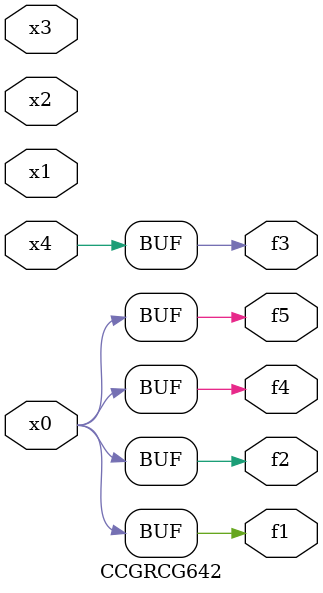
<source format=v>
module CCGRCG642(
	input x0, x1, x2, x3, x4,
	output f1, f2, f3, f4, f5
);
	assign f1 = x0;
	assign f2 = x0;
	assign f3 = x4;
	assign f4 = x0;
	assign f5 = x0;
endmodule

</source>
